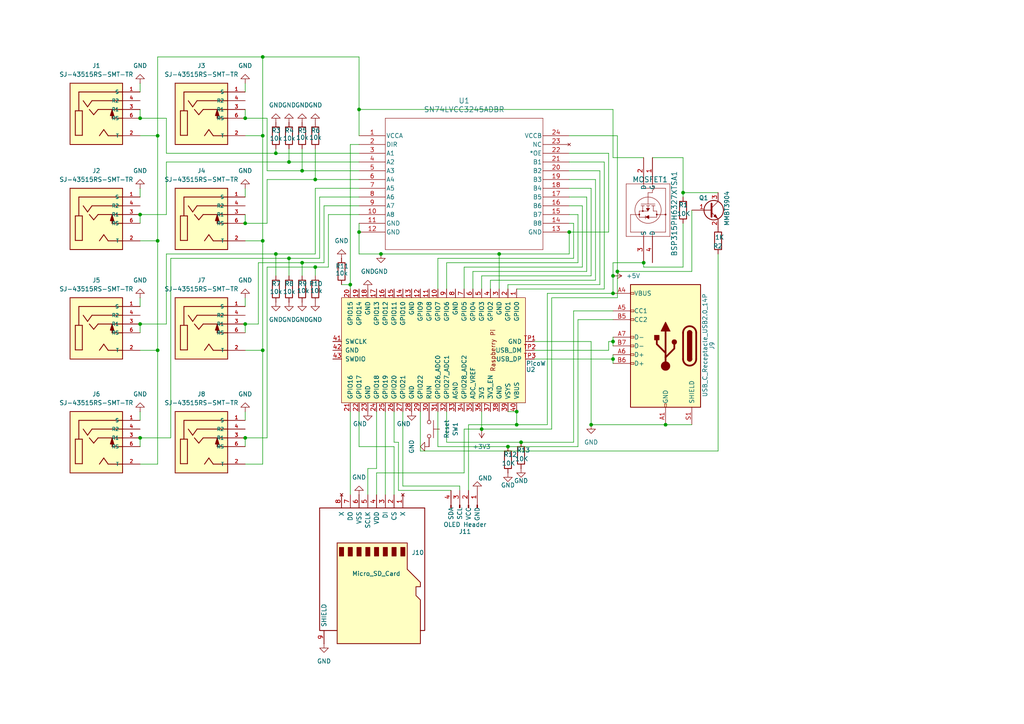
<source format=kicad_sch>
(kicad_sch (version 20231120) (generator "eeschema") (generator_version "8.0")
  (paper "A4")
  (title_block (title "Cosmic Coinincidence Detector Hub") (date "2024-06-29"))
  (lib_symbols
    (symbol "BSP315PH6327XTSA1:BSP315PH6327XTSA1" (pin_names (offset 0.254))
      (property "Reference" "MOSFET" (at 15.24 10.16 0))
      (property "Value" "BSP315PH6327XTSA1" (at 15.24 7.62 0))
      (symbol "BSP315PH6327XTSA1_0_1"
        (polyline (pts (xy 7.62 -7.62) (xy 22.86 -7.62)) (stroke (width 0.127)))
        (polyline (pts (xy 7.62 -2.54) (xy 8.89 -2.54)) (stroke (width 0.127)))
        (polyline (pts (xy 7.62 0) (xy 8.382 0)) (stroke (width 0.127)))
        (polyline (pts (xy 7.62 5.08) (xy 7.62 -7.62)) (stroke (width 0.127)))
        (polyline (pts (xy 8.89 3.81) (xy 8.89 -2.54)) (stroke (width 0.127)))
        (polyline (pts (xy 8.89 3.81) (xy 21.59 3.81)) (stroke (width 0.127)))
        (polyline (pts (xy 9.398 0) (xy 10.16 0)) (stroke (width 0.127)))
        (polyline (pts (xy 10.16 0) (xy 10.16 -1.27)) (stroke (width 0.127)))
        (polyline (pts (xy 13.462 -1.27) (xy 10.16 -1.27)) (stroke (width 0.127)))
        (polyline (pts (xy 13.462 0.762) (xy 13.462 -3.302)) (stroke (width 0.127)))
        (polyline (pts (xy 13.97 -2.794) (xy 15.494 -2.794)) (stroke (width 0.127)))
        (polyline (pts (xy 13.97 -2.286) (xy 13.97 -3.302)) (stroke (width 0.127)))
        (polyline (pts (xy 13.97 -1.27) (xy 14.732 -1.27)) (stroke (width 0.127)))
        (polyline (pts (xy 13.97 -0.762) (xy 13.97 -1.778)) (stroke (width 0.127)))
        (polyline (pts (xy 13.97 0.254) (xy 15.494 0.254)) (stroke (width 0.127)))
        (polyline (pts (xy 13.97 0.762) (xy 13.97 -0.254)) (stroke (width 0.127)))
        (polyline (pts (xy 15.494 -3.81) (xy 17.272 -3.81)) (stroke (width 0.127)))
        (polyline (pts (xy 15.494 -1.27) (xy 15.494 -3.81)) (stroke (width 0.127)))
        (polyline (pts (xy 15.494 1.27) (xy 15.494 0.254)) (stroke (width 0.127)))
        (polyline (pts (xy 15.494 1.27) (xy 17.272 1.27)) (stroke (width 0.127)))
        (polyline (pts (xy 16.51 -3.81) (xy 16.51 -6.35)) (stroke (width 0.127)))
        (polyline (pts (xy 16.51 1.27) (xy 16.51 3.81)) (stroke (width 0.127)))
        (polyline (pts (xy 16.764 -2.032) (xy 17.78 -2.032)) (stroke (width 0.127)))
        (polyline (pts (xy 17.272 -3.81) (xy 17.272 -2.032)) (stroke (width 0.127)))
        (polyline (pts (xy 17.272 1.27) (xy 17.272 -1.016)) (stroke (width 0.127)))
        (polyline (pts (xy 21.59 -6.35) (xy 16.51 -6.35)) (stroke (width 0.127)))
        (polyline (pts (xy 21.59 -6.35) (xy 21.59 -2.54)) (stroke (width 0.127)))
        (polyline (pts (xy 21.59 0) (xy 22.86 0)) (stroke (width 0.127)))
        (polyline (pts (xy 21.59 3.81) (xy 21.59 0)) (stroke (width 0.127)))
        (polyline (pts (xy 22.86 -7.62) (xy 22.86 5.08)) (stroke (width 0.127)))
        (polyline (pts (xy 22.86 -2.54) (xy 21.59 -2.54)) (stroke (width 0.127)))
        (polyline (pts (xy 22.86 5.08) (xy 7.62 5.08)) (stroke (width 0.127)))
        (polyline (pts (xy 15.494 -1.27) (xy 14.732 -1.778) (xy 14.732 -0.762)) (fill (type outline)))
        (polyline (pts (xy 17.272 -2.032) (xy 16.764 -1.016) (xy 17.78 -1.016)) (fill (type outline)))
        (arc (start 9.398 0) (mid 8.89 0.5058) (end 8.382 0) (stroke (width 0.127)))
        (circle (center 15.24 -1.27) (radius 3.81) (stroke (width 0.127)))
        (circle (center 15.494 -2.794) (radius 0.127) (stroke (width 0.254)))
        (circle (center 16.51 -3.81) (radius 0.127) (stroke (width 0.254)))
        (circle (center 16.51 1.27) (radius 0.127) (stroke (width 0.254)))
        (circle (center 16.51 3.81) (radius 0.127) (stroke (width 0.254)))
        (pin unspecified line (at 0 0 0) (length 7.62) (name "G") (number "1"))
        (pin unspecified line (at 0 -2.54 0) (length 7.62) (name "D") (number "2"))
        (pin unspecified line (at 30.48 -2.54 180) (length 7.62) (name "S") (number "3"))
        (pin unspecified line (at 30.48 0 180) (length 7.62) (name "D") (number "4"))
      )
    )
    (symbol "Connector:Conn_01x04_Pin" (pin_names (offset 1.016))
      (property "Reference" "J11" (at -2.54 -1.27 90))
      (property "Value" "OLED Header" (at -5.08 -1.27 90))
      (symbol "Conn_01x04_Pin_1_1"
        (polyline (pts (xy 1.27 -5.08) (xy 0.8636 -5.08)) (stroke (width 0.1524)))
        (polyline (pts (xy 1.27 -2.54) (xy 0.8636 -2.54)) (stroke (width 0.1524)))
        (polyline (pts (xy 1.27 0) (xy 0.8636 0)) (stroke (width 0.1524)))
        (polyline (pts (xy 1.27 2.54) (xy 0.8636 2.54)) (stroke (width 0.1524)))
        (rectangle (start 0.8636 -4.953) (end 0 -5.207) (stroke (width 0.1524)) (fill (type outline)))
        (rectangle (start 0.8636 -2.413) (end 0 -2.667) (stroke (width 0.1524)) (fill (type outline)))
        (rectangle (start 0.8636 0.127) (end 0 -0.127) (stroke (width 0.1524)) (fill (type outline)))
        (rectangle (start 0.8636 2.667) (end 0 2.413) (stroke (width 0.1524)) (fill (type outline)))
        (pin passive line (at 5.08 2.54 180) (length 3.81) (name "GND") (number "1"))
        (pin passive line (at 5.08 0 180) (length 3.81) (name "VCC") (number "2"))
        (pin passive line (at 5.08 -2.54 180) (length 3.81) (name "SCL") (number "3"))
        (pin passive line (at 5.08 -5.08 180) (length 3.81) (name "SDA") (number "4"))
      )
    )
    (symbol "Connector:Micro_SD_Card" (pin_names (offset 1.016))
      (property "Reference" "J10" (at -6.096 10.16 90))
      (property "Value" "Micro_SD_Card" (at 0 -7.112 90))
      (symbol "Micro_SD_Card_0_1"
        (rectangle (start -7.62 -9.525) (end -5.08 -10.795) (fill (type outline)))
        (rectangle (start -7.62 -6.985) (end -5.08 -8.255) (fill (type outline)))
        (rectangle (start -7.62 -4.445) (end -5.08 -5.715) (fill (type outline)))
        (rectangle (start -7.62 -1.905) (end -5.08 -3.175) (fill (type outline)))
        (rectangle (start -7.62 0.635) (end -5.08 -0.635) (fill (type outline)))
        (rectangle (start -7.62 3.175) (end -5.08 1.905) (fill (type outline)))
        (rectangle (start -7.62 5.715) (end -5.08 4.445) (fill (type outline)))
        (rectangle (start -7.62 8.255) (end -5.08 6.985) (fill (type outline)))
        (polyline (pts (xy 16.51 12.7) (xy 16.51 13.97) (xy -19.05 13.97) (xy -19.05 -16.51) (xy 16.51 -16.51) (xy 16.51 -11.43)) (stroke (width 0.254)))
        (polyline (pts (xy -8.89 -11.43) (xy -8.89 8.89) (xy -1.27 8.89) (xy 2.54 12.7) (xy 3.81 12.7) (xy 3.81 11.43) (xy 6.35 11.43) (xy 7.62 12.7) (xy 20.32 12.7) (xy 20.32 -11.43) (xy -8.89 -11.43)) (stroke (width 0.254)) (fill (type background)))
      )
      (symbol "Micro_SD_Card_1_1"
        (pin no_connect line (at -22.86 7.62 0) (length 3.81) (name "X") (number "1"))
        (pin bidirectional line (at -22.86 5.08 0) (length 3.81) (name "CS") (number "2"))
        (pin input line (at -22.86 2.54 0) (length 3.81) (name "DI") (number "3"))
        (pin power_in line (at -22.86 0 0) (length 3.81) (name "VDD") (number "4"))
        (pin input line (at -22.86 -2.54 0) (length 3.81) (name "SCLK") (number "5"))
        (pin power_in line (at -22.86 -5.08 0) (length 3.81) (name "VSS") (number "6"))
        (pin bidirectional line (at -22.86 -7.62 0) (length 3.81) (name "DO") (number "7"))
        (pin no_connect line (at -22.86 -10.16 0) (length 3.81) (name "X") (number "8"))
        (pin passive line (at 20.32 -15.24 180) (length 3.81) (name "SHIELD") (number "9"))
      )
    )
    (symbol "Connector:USB_C_Receptacle_USB2.0_14P" (pin_names (offset 1.016))
      (property "Reference" "J" (at 0 22.225 0))
      (property "Value" "USB_C_Receptacle_USB2.0_14P" (at 0 19.685 0))
      (symbol "USB_C_Receptacle_USB2.0_14P_0_0"
        (rectangle (start -0.254 -17.78) (end 0.254 -16.764))
        (rectangle (start 10.16 -4.826) (end 9.144 -5.334))
        (rectangle (start 10.16 -2.286) (end 9.144 -2.794))
        (rectangle (start 10.16 0.254) (end 9.144 -0.254))
        (rectangle (start 10.16 2.794) (end 9.144 2.286))
        (rectangle (start 10.16 7.874) (end 9.144 7.366))
        (rectangle (start 10.16 10.414) (end 9.144 9.906))
        (rectangle (start 10.16 15.494) (end 9.144 14.986))
      )
      (symbol "USB_C_Receptacle_USB2.0_14P_0_1"
        (rectangle (start -10.16 17.78) (end 10.16 -17.78) (stroke (width 0.254)) (fill (type background)))
        (arc (start -8.89 -3.81) (mid -6.985 -5.7067) (end -5.08 -3.81) (stroke (width 0.508)))
        (arc (start -7.62 -3.81) (mid -6.985 -4.4423) (end -6.35 -3.81) (stroke (width 0.254)))
        (arc (start -7.62 -3.81) (mid -6.985 -4.4423) (end -6.35 -3.81) (stroke (width 0.254)) (fill (type outline)))
        (rectangle (start -7.62 -3.81) (end -6.35 3.81) (stroke (width 0.254)) (fill (type outline)))
        (arc (start -6.35 3.81) (mid -6.985 4.4423) (end -7.62 3.81) (stroke (width 0.254)))
        (arc (start -6.35 3.81) (mid -6.985 4.4423) (end -7.62 3.81) (stroke (width 0.254)) (fill (type outline)))
        (arc (start -5.08 3.81) (mid -6.985 5.7067) (end -8.89 3.81) (stroke (width 0.508)))
        (circle (center -2.54 1.143) (radius 0.635) (stroke (width 0.254)) (fill (type outline)))
        (circle (center 0 -5.842) (radius 1.27) (fill (type outline)))
        (polyline (pts (xy -8.89 -3.81) (xy -8.89 3.81)) (stroke (width 0.508)))
        (polyline (pts (xy -5.08 3.81) (xy -5.08 -3.81)) (stroke (width 0.508)))
        (polyline (pts (xy 0 -5.842) (xy 0 4.318)) (stroke (width 0.508)))
        (polyline (pts (xy 0 -3.302) (xy -2.54 -0.762) (xy -2.54 0.508)) (stroke (width 0.508)))
        (polyline (pts (xy 0 -2.032) (xy 2.54 0.508) (xy 2.54 1.778)) (stroke (width 0.508)))
        (polyline (pts (xy -1.27 4.318) (xy 0 6.858) (xy 1.27 4.318) (xy -1.27 4.318)) (stroke (width 0.254)) (fill (type outline)))
        (rectangle (start 1.905 1.778) (end 3.175 3.048) (stroke (width 0.254)) (fill (type outline)))
      )
      (symbol "USB_C_Receptacle_USB2.0_14P_1_1"
        (pin passive line (at 0 -22.86 90) (length 5.08) (name "GND") (number "A1"))
        (pin passive line (at 0 -22.86 90) (length 5.08) hide (name "GND") (number "A12"))
        (pin passive line (at 15.24 15.24 180) (length 5.08) (name "VBUS") (number "A4"))
        (pin bidirectional line (at 15.24 10.16 180) (length 5.08) (name "CC1") (number "A5"))
        (pin bidirectional line (at 15.24 -2.54 180) (length 5.08) (name "D+") (number "A6"))
        (pin bidirectional line (at 15.24 2.54 180) (length 5.08) (name "D-") (number "A7"))
        (pin passive line (at 15.24 15.24 180) (length 5.08) hide (name "VBUS") (number "A9"))
        (pin passive line (at 0 -22.86 90) (length 5.08) hide (name "GND") (number "B1"))
        (pin passive line (at 0 -22.86 90) (length 5.08) hide (name "GND") (number "B12"))
        (pin passive line (at 15.24 15.24 180) (length 5.08) hide (name "VBUS") (number "B4"))
        (pin bidirectional line (at 15.24 7.62 180) (length 5.08) (name "CC2") (number "B5"))
        (pin bidirectional line (at 15.24 -5.08 180) (length 5.08) (name "D+") (number "B6"))
        (pin bidirectional line (at 15.24 0 180) (length 5.08) (name "D-") (number "B7"))
        (pin passive line (at 15.24 15.24 180) (length 5.08) hide (name "VBUS") (number "B9"))
        (pin passive line (at -7.62 -22.86 90) (length 5.08) (name "SHIELD") (number "S1"))
      )
    )
    (symbol "Device:R" (pin_numbers hide) (pin_names (offset 0))
      (property "Reference" "R" (at 2.032 0 90))
      (property "Value" "R" (at 0 0 90))
      (symbol "R_0_1"
        (rectangle (start -1.016 -2.54) (end 1.016 2.54) (stroke (width 0.254)))
      )
      (symbol "R_1_1"
        (pin passive line (at 0 3.81 270) (length 1.27) (name "~") (number "1"))
        (pin passive line (at 0 -3.81 90) (length 1.27) (name "~") (number "2"))
      )
    )
    (symbol "RPi_Pico:PicoW" (pin_names (offset 1.016))
      (property "Reference" "U2" (at 5.588 28.194 90))
      (property "Value" "PicoW" (at 3.81 29.718 90))
      (symbol "PicoW_0_0"
        (text "Raspberry Pi" (at 0 17.272 0) (effects (font (size 1.27 1.27))))
      )
      (symbol "PicoW_0_1"
        (rectangle (start -15.24 26.67) (end 15.24 -26.67) (fill (type background)))
      )
      (symbol "PicoW_1_1"
        (pin bidirectional line (at -17.78 24.13 0) (length 2.54) (name "GPIO0") (number "1"))
        (pin bidirectional line (at -17.78 1.27 0) (length 2.54) (name "GPIO7") (number "10"))
        (pin bidirectional line (at -17.78 -1.27 0) (length 2.54) (name "GPIO8") (number "11"))
        (pin bidirectional line (at -17.78 -3.81 0) (length 2.54) (name "GPIO9") (number "12"))
        (pin power_in line (at -17.78 -6.35 0) (length 2.54) (name "GND") (number "13"))
        (pin bidirectional line (at -17.78 -8.89 0) (length 2.54) (name "GPIO10") (number "14"))
        (pin bidirectional line (at -17.78 -11.43 0) (length 2.54) (name "GPIO11") (number "15"))
        (pin bidirectional line (at -17.78 -13.97 0) (length 2.54) (name "GPIO12") (number "16"))
        (pin bidirectional line (at -17.78 -16.51 0) (length 2.54) (name "GPIO13") (number "17"))
        (pin power_in line (at -17.78 -19.05 0) (length 2.54) (name "GND") (number "18"))
        (pin bidirectional line (at -17.78 -21.59 0) (length 2.54) (name "GPIO14") (number "19"))
        (pin bidirectional line (at -17.78 21.59 0) (length 2.54) (name "GPIO1") (number "2"))
        (pin bidirectional line (at -17.78 -24.13 0) (length 2.54) (name "GPIO15") (number "20"))
        (pin bidirectional line (at 17.78 -24.13 180) (length 2.54) (name "GPIO16") (number "21"))
        (pin bidirectional line (at 17.78 -21.59 180) (length 2.54) (name "GPIO17") (number "22"))
        (pin power_in line (at 17.78 -19.05 180) (length 2.54) (name "GND") (number "23"))
        (pin bidirectional line (at 17.78 -16.51 180) (length 2.54) (name "GPIO18") (number "24"))
        (pin bidirectional line (at 17.78 -13.97 180) (length 2.54) (name "GPIO19") (number "25"))
        (pin bidirectional line (at 17.78 -11.43 180) (length 2.54) (name "GPIO20") (number "26"))
        (pin bidirectional line (at 17.78 -8.89 180) (length 2.54) (name "GPIO21") (number "27"))
        (pin power_in line (at 17.78 -6.35 180) (length 2.54) (name "GND") (number "28"))
        (pin bidirectional line (at 17.78 -3.81 180) (length 2.54) (name "GPIO22") (number "29"))
        (pin power_in line (at -17.78 19.05 0) (length 2.54) (name "GND") (number "3"))
        (pin input line (at 17.78 -1.27 180) (length 2.54) (name "RUN") (number "30"))
        (pin bidirectional line (at 17.78 1.27 180) (length 2.54) (name "GPIO26_ADC0") (number "31"))
        (pin bidirectional line (at 17.78 3.81 180) (length 2.54) (name "GPIO27_ADC1") (number "32"))
        (pin power_in line (at 17.78 6.35 180) (length 2.54) (name "AGND") (number "33"))
        (pin bidirectional line (at 17.78 8.89 180) (length 2.54) (name "GPIO28_ADC2") (number "34"))
        (pin unspecified line (at 17.78 11.43 180) (length 2.54) (name "ADC_VREF") (number "35"))
        (pin power_out line (at 17.78 13.97 180) (length 2.54) (name "3V3") (number "36"))
        (pin input line (at 17.78 16.51 180) (length 2.54) (name "3V3_EN") (number "37"))
        (pin bidirectional line (at 17.78 19.05 180) (length 2.54) (name "GND") (number "38"))
        (pin unspecified line (at 17.78 21.59 180) (length 2.54) (name "VSYS") (number "39"))
        (pin bidirectional line (at -17.78 16.51 0) (length 2.54) (name "GPIO2") (number "4"))
        (pin unspecified line (at 17.78 24.13 180) (length 2.54) (name "VBUS") (number "40"))
        (pin input line (at -2.54 -29.21 90) (length 2.54) (name "SWCLK") (number "41"))
        (pin power_in line (at 0 -29.21 90) (length 2.54) (name "GND") (number "42"))
        (pin bidirectional line (at 2.54 -29.21 90) (length 2.54) (name "SWDIO") (number "43"))
        (pin bidirectional line (at -17.78 13.97 0) (length 2.54) (name "GPIO3") (number "5"))
        (pin bidirectional line (at -17.78 11.43 0) (length 2.54) (name "GPIO4") (number "6"))
        (pin bidirectional line (at -17.78 8.89 0) (length 2.54) (name "GPIO5") (number "7"))
        (pin power_in line (at -17.78 6.35 0) (length 2.54) (name "GND") (number "8"))
        (pin bidirectional line (at -17.78 3.81 0) (length 2.54) (name "GPIO6") (number "9"))
        (pin power_in line (at -2.54 29.21 270) (length 2.54) (name "GND") (number "TP1"))
        (pin bidirectional line (at 0 29.21 270) (length 2.54) (name "USB_DM") (number "TP2"))
        (pin bidirectional line (at 2.54 29.21 270) (length 2.54) (name "USB_DP") (number "TP3"))
      )
    )
    (symbol "SJ-43515RS-SMT-TR:SJ-43515RS-SMT-TR" (pin_names (offset 1.016))
      (property "Reference" "J" (at -7.6206 8.3829 0))
      (property "Value" "SJ-43515RS-SMT-TR" (at -7.6269 -12.7092 0))
      (symbol "SJ-43515RS-SMT-TR_0_0"
        (rectangle (start -7.62 7.62) (end 7.62 -10.16) (stroke (width 0.254)) (fill (type background)))
        (polyline (pts (xy -6.096 -7.493) (xy -4.064 -7.493)) (stroke (width 0.254)))
        (polyline (pts (xy -6.096 -0.381) (xy -6.096 -7.493)) (stroke (width 0.254)))
        (polyline (pts (xy -5.08 5.08) (xy -5.08 -0.254)) (stroke (width 0.254)))
        (polyline (pts (xy -5.08 5.08) (xy 7.62 5.08)) (stroke (width 0.254)))
        (polyline (pts (xy -4.064 -7.493) (xy -4.064 -0.381)) (stroke (width 0.254)))
        (polyline (pts (xy -4.064 -0.381) (xy -6.096 -0.381)) (stroke (width 0.254)))
        (polyline (pts (xy -3.81 2.54) (xy -2.54 0.762)) (stroke (width 0.254)))
        (polyline (pts (xy -2.54 0.762) (xy -1.27 2.54)) (stroke (width 0.254)))
        (polyline (pts (xy -2.032 0) (xy -0.762 -1.524)) (stroke (width 0.254)))
        (polyline (pts (xy -1.27 2.54) (xy 7.62 2.54)) (stroke (width 0.254)))
        (polyline (pts (xy -0.762 -1.524) (xy 0.508 0)) (stroke (width 0.254)))
        (polyline (pts (xy 0.508 0) (xy 7.62 0)) (stroke (width 0.254)))
        (polyline (pts (xy 0.889 -7.62) (xy 2.159 -5.842)) (stroke (width 0.254)))
        (polyline (pts (xy 2.159 -5.842) (xy 3.429 -7.62)) (stroke (width 0.254)))
        (polyline (pts (xy 3.429 -7.62) (xy 7.62 -7.62)) (stroke (width 0.254)))
        (polyline (pts (xy 4.572 -2.54) (xy 4.572 -1.778)) (stroke (width 0.254)))
        (polyline (pts (xy 4.572 -2.54) (xy 7.62 -2.54)) (stroke (width 0.254)))
        (polyline (pts (xy 5.08 -1.778) (xy 4.064 -1.778) (xy 4.572 -0.127) (xy 5.08 -1.778)) (stroke (width 0.254)) (fill (type outline)))
        (pin passive line (at 12.7 5.08 180) (length 5.08) (name "S") (number "1"))
        (pin passive line (at 12.7 -7.62 180) (length 5.08) (name "T") (number "2"))
        (pin passive line (at 12.7 0 180) (length 5.08) (name "R1") (number "3"))
        (pin passive line (at 12.7 2.54 180) (length 5.08) (name "R2") (number "4"))
        (pin passive line (at 12.7 -2.54 180) (length 5.08) (name "RS") (number "6"))
      )
    )
    (symbol "SN74LVCC3245ADBR:SN74LVCC3245ADBR" (pin_names (offset 0.254))
      (property "Reference" "U1" (at 30.48 10.16 0))
      (property "Value" "SN74LVCC3245ADBR" (at 30.48 7.62 0))
      (symbol "SN74LVCC3245ADBR_0_1"
        (polyline (pts (xy 7.62 -33.02) (xy 53.34 -33.02)) (stroke (width 0.127)))
        (polyline (pts (xy 7.62 5.08) (xy 7.62 -33.02)) (stroke (width 0.127)))
        (polyline (pts (xy 53.34 -33.02) (xy 53.34 5.08)) (stroke (width 0.127)))
        (polyline (pts (xy 53.34 5.08) (xy 7.62 5.08)) (stroke (width 0.127)))
        (pin power_in line (at 0 0 0) (length 7.62) (name "VCCA") (number "1"))
        (pin bidirectional line (at 0 -22.86 0) (length 7.62) (name "A8") (number "10"))
        (pin power_in line (at 0 -25.4 0) (length 7.62) (name "GND") (number "11"))
        (pin power_in line (at 0 -27.94 0) (length 7.62) (name "GND") (number "12"))
        (pin power_in line (at 60.96 -27.94 180) (length 7.62) (name "GND") (number "13"))
        (pin bidirectional line (at 60.96 -25.4 180) (length 7.62) (name "B8") (number "14"))
        (pin bidirectional line (at 60.96 -22.86 180) (length 7.62) (name "B7") (number "15"))
        (pin bidirectional line (at 60.96 -20.32 180) (length 7.62) (name "B6") (number "16"))
        (pin bidirectional line (at 60.96 -17.78 180) (length 7.62) (name "B5") (number "17"))
        (pin bidirectional line (at 60.96 -15.24 180) (length 7.62) (name "B4") (number "18"))
        (pin bidirectional line (at 60.96 -12.7 180) (length 7.62) (name "B3") (number "19"))
        (pin input line (at 0 -2.54 0) (length 7.62) (name "DIR") (number "2"))
        (pin bidirectional line (at 60.96 -10.16 180) (length 7.62) (name "B2") (number "20"))
        (pin bidirectional line (at 60.96 -7.62 180) (length 7.62) (name "B1") (number "21"))
        (pin input line (at 60.96 -5.08 180) (length 7.62) (name "*OE") (number "22"))
        (pin no_connect line (at 60.96 -2.54 180) (length 7.62) (name "NC") (number "23"))
        (pin power_in line (at 60.96 0 180) (length 7.62) (name "VCCB") (number "24"))
        (pin bidirectional line (at 0 -5.08 0) (length 7.62) (name "A1") (number "3"))
        (pin bidirectional line (at 0 -7.62 0) (length 7.62) (name "A2") (number "4"))
        (pin bidirectional line (at 0 -10.16 0) (length 7.62) (name "A3") (number "5"))
        (pin bidirectional line (at 0 -12.7 0) (length 7.62) (name "A4") (number "6"))
        (pin bidirectional line (at 0 -15.24 0) (length 7.62) (name "A5") (number "7"))
        (pin bidirectional line (at 0 -17.78 0) (length 7.62) (name "A6") (number "8"))
        (pin bidirectional line (at 0 -20.32 0) (length 7.62) (name "A7") (number "9"))
      )
    )
    (symbol "Switch:SW_Push" (pin_numbers hide) (pin_names (offset 1.016) hide)
      (property "Reference" "SW" (at 1.27 2.54 0))
      (property "Value" "SW_Push" (at 0 -1.524 0))
      (symbol "SW_Push_0_1"
        (circle (center -2.032 0) (radius 0.508))
        (polyline (pts (xy 0 1.27) (xy 0 3.048)))
        (polyline (pts (xy 2.54 1.27) (xy -2.54 1.27)))
        (circle (center 2.032 0) (radius 0.508))
        (pin passive line (at -5.08 0 0) (length 2.54) (name "1") (number "1"))
        (pin passive line (at 5.08 0 180) (length 2.54) (name "2") (number "2"))
      )
    )
    (symbol "Transistor_BJT:MMBT3904" (pin_names (offset 0) hide)
      (property "Reference" "Q" (at 5.08 1.905 0))
      (property "Value" "MMBT3904" (at 5.08 0 0))
      (symbol "MMBT3904_0_1"
        (polyline (pts (xy 0.635 0.635) (xy 2.54 2.54)))
        (polyline (pts (xy 0.635 -0.635) (xy 2.54 -2.54) (xy 2.54 -2.54)))
        (polyline (pts (xy 0.635 1.905) (xy 0.635 -1.905) (xy 0.635 -1.905)) (stroke (width 0.508)))
        (polyline (pts (xy 1.27 -1.778) (xy 1.778 -1.27) (xy 2.286 -2.286) (xy 1.27 -1.778) (xy 1.27 -1.778)) (fill (type outline)))
        (circle (center 1.27 0) (radius 2.8194) (stroke (width 0.254)))
      )
      (symbol "MMBT3904_1_1"
        (pin input line (at -5.08 0 0) (length 5.715) (name "B") (number "1"))
        (pin passive line (at 2.54 -5.08 90) (length 2.54) (name "E") (number "2"))
        (pin passive line (at 2.54 5.08 270) (length 2.54) (name "C") (number "3"))
      )
    )
    (symbol "power:+3V3" (power) (pin_numbers hide) (pin_names (offset 0) hide)
      (property "Value" "+3V3" (at 0 3.556 0))
      (symbol "+3V3_0_1"
        (polyline (pts (xy -0.762 1.27) (xy 0 2.54)))
        (polyline (pts (xy 0 0) (xy 0 2.54)))
        (polyline (pts (xy 0 2.54) (xy 0.762 1.27)))
      )
      (symbol "+3V3_1_1"
        (pin power_in line (at 0 0 90) (length 0) (name "~") (number "1"))
      )
    )
    (symbol "power:+5V" (power) (pin_numbers hide) (pin_names (offset 0) hide)
      (property "Value" "+5V" (at 0 3.556 0))
      (symbol "+5V_0_1"
        (polyline (pts (xy -0.762 1.27) (xy 0 2.54)))
        (polyline (pts (xy 0 0) (xy 0 2.54)))
        (polyline (pts (xy 0 2.54) (xy 0.762 1.27)))
      )
      (symbol "+5V_1_1"
        (pin power_in line (at 0 0 90) (length 0) (name "~") (number "1"))
      )
    )
    (symbol "power:GND" (power) (pin_numbers hide) (pin_names (offset 0) hide)
      (property "Value" "GND" (at 0 -3.81 0))
      (symbol "GND_0_1"
        (polyline (pts (xy 0 0) (xy 0 -1.27) (xy 1.27 -1.27) (xy 0 -2.54) (xy -1.27 -1.27) (xy 0 -1.27)))
      )
      (symbol "GND_1_1"
        (pin power_in line (at 0 0 270) (length 0) (name "~") (number "1"))
      )
    )
  )
  (junction (at 76.2 39.37))
  (junction (at 83.82 74.93))
  (junction (at 104.14 67.31))
  (junction (at 144.78 73.66))
  (junction (at 110.49 73.66))
  (junction (at 71.12 34.29))
  (junction (at 45.72 101.6))
  (junction (at 40.64 62.23))
  (junction (at 45.72 69.85))
  (junction (at 40.64 93.98))
  (junction (at 45.72 39.37))
  (junction (at 147.32 129.54))
  (junction (at 40.64 34.29))
  (junction (at 139.7 124.46))
  (junction (at 165.1 67.31))
  (junction (at 151.13 128.27))
  (junction (at 104.14 31.75))
  (junction (at 177.8 104.14))
  (junction (at 149.86 123.19))
  (junction (at 177.8 85.09))
  (junction (at 40.64 127))
  (junction (at 91.44 77.47))
  (junction (at 179.07 78.74))
  (junction (at 71.12 127))
  (junction (at 171.45 123.19))
  (junction (at 76.2 69.85))
  (junction (at 83.82 46.99))
  (junction (at 76.2 16.51))
  (junction (at 76.2 101.6))
  (junction (at 87.63 49.53))
  (junction (at 198.12 55.88))
  (junction (at 80.01 73.66))
  (junction (at 177.8 80.01))
  (junction (at 149.86 119.38))
  (junction (at 87.63 76.2))
  (junction (at 71.12 64.77))
  (junction (at 91.44 52.07))
  (junction (at 71.12 93.98))
  (junction (at 193.04 123.19))
  (junction (at 80.01 44.45))
  (junction (at 101.6 82.55))
  (junction (at 177.8 99.06))
  (junction (at 186.69 76.2))
  (wire (pts (xy 111.76 119.38) (xy 111.76 143.51)))
  (wire (pts (xy 71.12 93.98) (xy 74.93 93.98)))
  (wire (pts (xy 49.53 127) (xy 49.53 74.93)))
  (wire (pts (xy 77.47 52.07) (xy 91.44 52.07)))
  (wire (pts (xy 198.12 45.72) (xy 198.12 55.88)))
  (wire (pts (xy 40.64 134.62) (xy 45.72 134.62)))
  (wire (pts (xy 40.64 119.38) (xy 40.64 121.92)))
  (wire (pts (xy 77.47 64.77) (xy 77.47 52.07)))
  (wire (pts (xy 40.64 24.13) (xy 40.64 26.67)))
  (wire (pts (xy 149.86 119.38) (xy 149.86 123.19)))
  (wire (pts (xy 40.64 101.6) (xy 45.72 101.6)))
  (wire (pts (xy 101.6 41.91) (xy 104.14 41.91)))
  (wire (pts (xy 151.13 128.27) (xy 129.54 128.27)))
  (wire (pts (xy 116.84 119.38) (xy 116.84 140.97)))
  (wire (pts (xy 176.53 67.31) (xy 165.1 67.31)))
  (wire (pts (xy 166.37 128.27) (xy 151.13 128.27)))
  (wire (pts (xy 45.72 39.37) (xy 45.72 16.51)))
  (wire (pts (xy 121.92 130.81) (xy 208.28 130.81)))
  (wire (pts (xy 147.32 82.55) (xy 147.32 83.82)))
  (wire (pts (xy 154.94 101.6) (xy 176.53 101.6)))
  (wire (pts (xy 45.72 39.37) (xy 45.72 69.85)))
  (wire (pts (xy 101.6 82.55) (xy 101.6 83.82)))
  (wire (pts (xy 198.12 77.47) (xy 186.69 77.47)))
  (wire (pts (xy 104.14 129.54) (xy 114.3 129.54)))
  (wire (pts (xy 170.18 57.15) (xy 170.18 78.74)))
  (wire (pts (xy 104.14 67.31) (xy 104.14 64.77)))
  (wire (pts (xy 40.64 86.36) (xy 40.64 88.9)))
  (wire (pts (xy 101.6 119.38) (xy 101.6 143.51)))
  (wire (pts (xy 104.14 129.54) (xy 104.14 119.38)))
  (wire (pts (xy 45.72 101.6) (xy 45.72 134.62)))
  (wire (pts (xy 91.44 77.47) (xy 91.44 80.01)))
  (wire (pts (xy 189.23 45.72) (xy 198.12 45.72)))
  (wire (pts (xy 208.28 130.81) (xy 208.28 73.66)))
  (wire (pts (xy 76.2 39.37) (xy 71.12 39.37)))
  (wire (pts (xy 177.8 90.17) (xy 166.37 90.17)))
  (wire (pts (xy 133.35 140.97) (xy 133.35 142.24)))
  (wire (pts (xy 177.8 80.01) (xy 177.8 76.2)))
  (wire (pts (xy 144.78 73.66) (xy 165.1 73.66)))
  (wire (pts (xy 177.8 45.72) (xy 186.69 45.72)))
  (wire (pts (xy 173.99 49.53) (xy 173.99 82.55)))
  (wire (pts (xy 121.92 119.38) (xy 121.92 130.81)))
  (wire (pts (xy 160.02 86.36) (xy 160.02 124.46)))
  (wire (pts (xy 101.6 41.91) (xy 101.6 82.55)))
  (wire (pts (xy 71.12 64.77) (xy 77.47 64.77)))
  (wire (pts (xy 177.8 97.79) (xy 177.8 99.06)))
  (wire (pts (xy 198.12 55.88) (xy 208.28 55.88)))
  (wire (pts (xy 200.66 60.96) (xy 200.66 78.74)))
  (wire (pts (xy 154.94 104.14) (xy 177.8 104.14)))
  (wire (pts (xy 144.78 83.82) (xy 144.78 73.66)))
  (wire (pts (xy 48.26 62.23) (xy 48.26 46.99)))
  (wire (pts (xy 83.82 46.99) (xy 104.14 46.99)))
  (wire (pts (xy 71.12 127) (xy 71.12 129.54)))
  (wire (pts (xy 177.8 45.72) (xy 177.8 31.75)))
  (wire (pts (xy 45.72 16.51) (xy 76.2 16.51)))
  (wire (pts (xy 165.1 64.77) (xy 166.37 64.77)))
  (wire (pts (xy 165.1 59.69) (xy 168.91 59.69)))
  (wire (pts (xy 87.63 49.53) (xy 104.14 49.53)))
  (wire (pts (xy 166.37 74.93) (xy 127 74.93)))
  (wire (pts (xy 177.8 99.06) (xy 177.8 100.33)))
  (wire (pts (xy 193.04 123.19) (xy 200.66 123.19)))
  (wire (pts (xy 91.44 43.18) (xy 91.44 52.07)))
  (wire (pts (xy 80.01 43.18) (xy 80.01 44.45)))
  (wire (pts (xy 165.1 54.61) (xy 171.45 54.61)))
  (wire (pts (xy 48.26 93.98) (xy 48.26 73.66)))
  (wire (pts (xy 110.49 73.66) (xy 144.78 73.66)))
  (wire (pts (xy 168.91 59.69) (xy 168.91 77.47)))
  (wire (pts (xy 77.47 77.47) (xy 91.44 77.47)))
  (wire (pts (xy 83.82 74.93) (xy 83.82 80.01)))
  (wire (pts (xy 91.44 52.07) (xy 104.14 52.07)))
  (wire (pts (xy 80.01 73.66) (xy 91.44 73.66)))
  (wire (pts (xy 91.44 54.61) (xy 104.14 54.61)))
  (wire (pts (xy 40.64 93.98) (xy 40.64 96.52)))
  (wire (pts (xy 104.14 67.31) (xy 104.14 73.66)))
  (wire (pts (xy 198.12 64.77) (xy 198.12 77.47)))
  (wire (pts (xy 114.3 128.27) (xy 115.57 128.27)))
  (wire (pts (xy 179.07 78.74) (xy 179.07 86.36)))
  (wire (pts (xy 87.63 43.18) (xy 87.63 49.53)))
  (wire (pts (xy 176.53 99.06) (xy 176.53 101.6)))
  (wire (pts (xy 198.12 55.88) (xy 198.12 57.15)))
  (wire (pts (xy 48.26 34.29) (xy 48.26 44.45)))
  (wire (pts (xy 106.68 135.89) (xy 109.22 135.89)))
  (wire (pts (xy 139.7 124.46) (xy 139.7 119.38)))
  (wire (pts (xy 40.64 69.85) (xy 45.72 69.85)))
  (wire (pts (xy 76.2 69.85) (xy 76.2 101.6)))
  (wire (pts (xy 175.26 83.82) (xy 149.86 83.82)))
  (wire (pts (xy 71.12 93.98) (xy 71.12 96.52)))
  (wire (pts (xy 165.1 46.99) (xy 175.26 46.99)))
  (wire (pts (xy 165.1 39.37) (xy 179.07 39.37)))
  (wire (pts (xy 172.72 81.28) (xy 142.24 81.28)))
  (wire (pts (xy 177.8 102.87) (xy 177.8 104.14)))
  (wire (pts (xy 167.64 129.54) (xy 147.32 129.54)))
  (wire (pts (xy 76.2 16.51) (xy 104.14 16.51)))
  (wire (pts (xy 134.62 124.46) (xy 139.7 124.46)))
  (wire (pts (xy 76.2 101.6) (xy 71.12 101.6)))
  (wire (pts (xy 40.64 127) (xy 49.53 127)))
  (wire (pts (xy 179.07 39.37) (xy 179.07 78.74)))
  (wire (pts (xy 95.25 62.23) (xy 104.14 62.23)))
  (wire (pts (xy 77.47 127) (xy 77.47 77.47)))
  (wire (pts (xy 87.63 76.2) (xy 93.98 76.2)))
  (wire (pts (xy 166.37 64.77) (xy 166.37 74.93)))
  (wire (pts (xy 40.64 34.29) (xy 48.26 34.29)))
  (wire (pts (xy 165.1 44.45) (xy 176.53 44.45)))
  (wire (pts (xy 149.86 123.19) (xy 158.75 123.19)))
  (wire (pts (xy 40.64 127) (xy 40.64 129.54)))
  (wire (pts (xy 71.12 24.13) (xy 71.12 26.67)))
  (wire (pts (xy 106.68 143.51) (xy 106.68 135.89)))
  (wire (pts (xy 91.44 73.66) (xy 91.44 54.61)))
  (wire (pts (xy 134.62 137.16) (xy 134.62 124.46)))
  (wire (pts (xy 165.1 52.07) (xy 172.72 52.07)))
  (wire (pts (xy 166.37 90.17) (xy 166.37 128.27)))
  (wire (pts (xy 76.2 39.37) (xy 76.2 69.85)))
  (wire (pts (xy 104.14 73.66) (xy 110.49 73.66)))
  (wire (pts (xy 193.04 123.19) (xy 171.45 123.19)))
  (wire (pts (xy 109.22 119.38) (xy 109.22 135.89)))
  (wire (pts (xy 167.64 76.2) (xy 167.64 62.23)))
  (wire (pts (xy 147.32 129.54) (xy 127 129.54)))
  (wire (pts (xy 92.71 57.15) (xy 104.14 57.15)))
  (wire (pts (xy 74.93 76.2) (xy 87.63 76.2)))
  (wire (pts (xy 177.8 85.09) (xy 177.8 80.01)))
  (wire (pts (xy 135.89 123.19) (xy 149.86 123.19)))
  (wire (pts (xy 80.01 73.66) (xy 80.01 80.01)))
  (wire (pts (xy 115.57 128.27) (xy 115.57 142.24)))
  (wire (pts (xy 165.1 57.15) (xy 170.18 57.15)))
  (wire (pts (xy 92.71 74.93) (xy 92.71 57.15)))
  (wire (pts (xy 93.98 59.69) (xy 93.98 76.2)))
  (wire (pts (xy 95.25 77.47) (xy 95.25 62.23)))
  (wire (pts (xy 165.1 49.53) (xy 173.99 49.53)))
  (wire (pts (xy 104.14 16.51) (xy 104.14 31.75)))
  (wire (pts (xy 177.8 76.2) (xy 186.69 76.2)))
  (wire (pts (xy 134.62 77.47) (xy 134.62 83.82)))
  (wire (pts (xy 116.84 140.97) (xy 133.35 140.97)))
  (wire (pts (xy 176.53 44.45) (xy 176.53 67.31)))
  (wire (pts (xy 40.64 54.61) (xy 40.64 57.15)))
  (wire (pts (xy 129.54 128.27) (xy 129.54 119.38)))
  (wire (pts (xy 71.12 127) (xy 77.47 127)))
  (wire (pts (xy 142.24 81.28) (xy 142.24 83.82)))
  (wire (pts (xy 71.12 86.36) (xy 71.12 88.9)))
  (wire (pts (xy 49.53 74.93) (xy 83.82 74.93)))
  (wire (pts (xy 165.1 67.31) (xy 165.1 73.66)))
  (wire (pts (xy 158.75 85.09) (xy 177.8 85.09)))
  (wire (pts (xy 127 129.54) (xy 127 119.38)))
  (wire (pts (xy 74.93 93.98) (xy 74.93 76.2)))
  (wire (pts (xy 45.72 69.85) (xy 45.72 101.6)))
  (wire (pts (xy 104.14 31.75) (xy 104.14 39.37)))
  (wire (pts (xy 114.3 119.38) (xy 114.3 128.27)))
  (wire (pts (xy 147.32 119.38) (xy 149.86 119.38)))
  (wire (pts (xy 168.91 77.47) (xy 134.62 77.47)))
  (wire (pts (xy 91.44 77.47) (xy 95.25 77.47)))
  (wire (pts (xy 48.26 44.45) (xy 80.01 44.45)))
  (wire (pts (xy 71.12 31.75) (xy 71.12 34.29)))
  (wire (pts (xy 87.63 76.2) (xy 87.63 80.01)))
  (wire (pts (xy 171.45 54.61) (xy 171.45 80.01)))
  (wire (pts (xy 71.12 119.38) (xy 71.12 121.92)))
  (wire (pts (xy 177.8 92.71) (xy 167.64 92.71)))
  (wire (pts (xy 76.2 16.51) (xy 76.2 39.37)))
  (wire (pts (xy 171.45 99.06) (xy 171.45 123.19)))
  (wire (pts (xy 158.75 123.19) (xy 158.75 85.09)))
  (wire (pts (xy 71.12 34.29) (xy 77.47 34.29)))
  (wire (pts (xy 127 74.93) (xy 127 83.82)))
  (wire (pts (xy 175.26 46.99) (xy 175.26 83.82)))
  (wire (pts (xy 76.2 134.62) (xy 71.12 134.62)))
  (wire (pts (xy 177.8 99.06) (xy 176.53 99.06)))
  (wire (pts (xy 40.64 39.37) (xy 45.72 39.37)))
  (wire (pts (xy 177.8 31.75) (xy 104.14 31.75)))
  (wire (pts (xy 93.98 59.69) (xy 104.14 59.69)))
  (wire (pts (xy 167.64 62.23) (xy 165.1 62.23)))
  (wire (pts (xy 76.2 69.85) (xy 71.12 69.85)))
  (wire (pts (xy 173.99 82.55) (xy 147.32 82.55)))
  (wire (pts (xy 99.06 82.55) (xy 101.6 82.55)))
  (wire (pts (xy 114.3 143.51) (xy 114.3 129.54)))
  (wire (pts (xy 71.12 62.23) (xy 71.12 64.77)))
  (wire (pts (xy 83.82 43.18) (xy 83.82 46.99)))
  (wire (pts (xy 77.47 34.29) (xy 77.47 49.53)))
  (wire (pts (xy 115.57 142.24) (xy 130.81 142.24)))
  (wire (pts (xy 186.69 77.47) (xy 186.69 76.2)))
  (wire (pts (xy 167.64 92.71) (xy 167.64 129.54)))
  (wire (pts (xy 80.01 44.45) (xy 104.14 44.45)))
  (wire (pts (xy 40.64 62.23) (xy 48.26 62.23)))
  (wire (pts (xy 40.64 93.98) (xy 48.26 93.98)))
  (wire (pts (xy 139.7 124.46) (xy 160.02 124.46)))
  (wire (pts (xy 135.89 142.24) (xy 135.89 123.19)))
  (wire (pts (xy 177.8 104.14) (xy 177.8 105.41)))
  (wire (pts (xy 40.64 31.75) (xy 40.64 34.29)))
  (wire (pts (xy 83.82 74.93) (xy 92.71 74.93)))
  (wire (pts (xy 40.64 62.23) (xy 40.64 64.77)))
  (wire (pts (xy 200.66 78.74) (xy 179.07 78.74)))
  (wire (pts (xy 171.45 80.01) (xy 139.7 80.01)))
  (wire (pts (xy 179.07 86.36) (xy 160.02 86.36)))
  (wire (pts (xy 109.22 143.51) (xy 109.22 137.16)))
  (wire (pts (xy 137.16 78.74) (xy 137.16 83.82)))
  (wire (pts (xy 129.54 83.82) (xy 129.54 76.2)))
  (wire (pts (xy 109.22 137.16) (xy 134.62 137.16)))
  (wire (pts (xy 129.54 76.2) (xy 167.64 76.2)))
  (wire (pts (xy 139.7 80.01) (xy 139.7 83.82)))
  (wire (pts (xy 172.72 52.07) (xy 172.72 81.28)))
  (wire (pts (xy 154.94 99.06) (xy 171.45 99.06)))
  (wire (pts (xy 170.18 78.74) (xy 137.16 78.74)))
  (wire (pts (xy 76.2 101.6) (xy 76.2 134.62)))
  (wire (pts (xy 48.26 46.99) (xy 83.82 46.99)))
  (wire (pts (xy 71.12 54.61) (xy 71.12 57.15)))
  (wire (pts (xy 77.47 49.53) (xy 87.63 49.53)))
  (wire (pts (xy 48.26 73.66) (xy 80.01 73.66)))
  (symbol (lib_id "Device:R") (at 91.44 83.82 0) (unit 1)
    (property "Reference" "R10" (at 89.662 82.296 0) (effects (justify left)))
    (property "Value" "10k" (at 89.916 84.328 0) (effects (justify left)))
    (property "Footprint" "Resistor_SMD:R_0805_2012Metric" (effects (hide yes)))
    (property "Description" "Resistor" (effects (hide yes)))
  )
  (symbol (lib_id "power:GND") (at 83.82 87.63 0) (unit 1)
    (property "Reference" "#PWR017" (effects (hide yes)))
    (property "Value" "GND" (at 83.82 92.71 0))
    (property "Description" "Power symbol creates a global label with name \"GND\" , ground" (effects (hide yes)))
  )
  (symbol (lib_id "power:GND") (at 71.12 86.36 180) (unit 1)
    (property "Reference" "#PWR04" (effects (hide yes)))
    (property "Value" "GND" (at 71.12 81.28 0))
    (property "Description" "Power symbol creates a global label with name \"GND\" , ground" (effects (hide yes)))
  )
  (symbol (lib_id "Connector:Conn_01x04_Pin") (at 135.89 147.32 270) (mirror x) (unit 1)
    (property "Reference" "J11" (at 134.874 154.178 90))
    (property "Value" "OLED Header" (at 134.874 152.146 90))
    (property "Footprint" "Connector_PinHeader_2.54mm:PinHeader_1x04_P2.54mm_Vertical" (effects (hide yes)))
    (property "Description" "Generic connector, single row, 01x04, script generated" (effects (hide yes)))
  )
  (symbol (lib_id "power:GND") (at 40.64 119.38 180) (unit 1)
    (property "Reference" "#PWR02" (effects (hide yes)))
    (property "Value" "GND" (at 40.64 114.3 0))
    (property "Description" "Power symbol creates a global label with name \"GND\" , ground" (effects (hide yes)))
  )
  (symbol (lib_id "power:GND") (at 80.01 87.63 0) (unit 1)
    (property "Reference" "#PWR016" (effects (hide yes)))
    (property "Value" "GND" (at 80.01 92.71 0))
    (property "Description" "Power symbol creates a global label with name \"GND\" , ground" (effects (hide yes)))
  )
  (symbol (lib_id "power:GND") (at 106.68 119.38 0) (unit 1)
    (property "Reference" "#PWR010" (effects (hide yes)))
    (property "Value" "GND" (at 104.394 122.936 0))
    (property "Description" "Power symbol creates a global label with name \"GND\" , ground" (effects (hide yes)))
  )
  (symbol (lib_id "SJ-43515RS-SMT-TR:SJ-43515RS-SMT-TR") (at 27.94 127 0) (unit 1)
    (property "Reference" "J6" (at 27.94 114.3 0))
    (property "Value" "SJ-43515RS-SMT-TR" (at 27.94 116.84 0))
    (property "Footprint" "SJ-43515RS-SMT-TR:CUI_SJ-43515RS-SMT-TR" (effects (hide yes)))
    (property "PARTREV" "1.05" (effects (hide yes)))
    (property "STANDARD" "Manufacturer Recommendations" (effects (hide yes)))
    (property "SNAPEDA_PN" "SJ-43515RS-SMT-TR" (effects (hide yes)))
    (property "MAXIMUM_PACKAGE_HEIGHT" "5.3mm" (effects (hide yes)))
    (property "MANUFACTURER" "CUI Devices" (effects (hide yes)))
  )
  (symbol (lib_id "power:GND") (at 91.44 87.63 0) (unit 1)
    (property "Reference" "#PWR019" (effects (hide yes)))
    (property "Value" "GND" (at 91.44 92.71 0))
    (property "Description" "Power symbol creates a global label with name \"GND\" , ground" (effects (hide yes)))
  )
  (symbol (lib_id "power:GND") (at 91.44 35.56 180) (unit 1)
    (property "Reference" "#PWR021" (effects (hide yes)))
    (property "Value" "GND" (at 91.44 30.48 0))
    (property "Description" "Power symbol creates a global label with name \"GND\" , ground" (effects (hide yes)))
  )
  (symbol (lib_id "power:GND") (at 87.63 87.63 0) (unit 1)
    (property "Reference" "#PWR018" (effects (hide yes)))
    (property "Value" "GND" (at 87.63 92.71 0))
    (property "Description" "Power symbol creates a global label with name \"GND\" , ground" (effects (hide yes)))
  )
  (symbol (lib_id "power:GND") (at 171.45 123.19 0) (unit 1)
    (property "Reference" "#PWR09" (effects (hide yes)))
    (property "Value" "GND" (at 171.45 128.27 0))
    (property "Description" "Power symbol creates a global label with name \"GND\" , ground" (effects (hide yes)))
  )
  (symbol (lib_id "SN74LVCC3245ADBR:SN74LVCC3245ADBR") (at 104.14 39.37 0) (unit 1)
    (property "Reference" "U1" (at 134.62 29.21 0) (effects (font (size 1.524 1.524))))
    (property "Value" "SN74LVCC3245ADBR" (at 134.62 31.75 0) (effects (font (size 1.524 1.524))))
    (property "Footprint" "SN74LVCC3245ADBR:DB24" (effects (hide yes)))
    (property "Datasheet" "SN74LVCC3245ADBR" (effects (hide yes)))
  )
  (symbol (lib_id "BSP315PH6327XTSA1:BSP315PH6327XTSA1") (at 189.23 45.72 270) (unit 1)
    (property "Reference" "MOSFET1" (at 183.388 52.07 90) (effects (font (size 1.524 1.524)) (justify left)))
    (property "Value" "BSP315PH6327XTSA1" (at 195.58 49.53 0) (effects (font (size 1.524 1.524)) (justify left)))
    (property "Footprint" "BSP315PH6327XTSA1:PG-SOT223-4_INF" (effects (hide yes)))
    (property "Datasheet" "BSP315PH6327XTSA1" (effects (hide yes)))
  )
  (symbol (lib_id "power:GND") (at 71.12 119.38 180) (unit 1)
    (property "Reference" "#PWR01" (effects (hide yes)))
    (property "Value" "GND" (at 71.12 114.3 0))
    (property "Description" "Power symbol creates a global label with name \"GND\" , ground" (effects (hide yes)))
  )
  (symbol (lib_id "power:GND") (at 40.64 86.36 180) (unit 1)
    (property "Reference" "#PWR03" (effects (hide yes)))
    (property "Value" "GND" (at 40.64 81.28 0))
    (property "Description" "Power symbol creates a global label with name \"GND\" , ground" (effects (hide yes)))
  )
  (symbol (lib_id "Device:R") (at 91.44 39.37 0) (unit 1)
    (property "Reference" "R6" (at 90.17 37.846 0) (effects (justify left)))
    (property "Value" "10k" (at 89.662 39.878 0) (effects (justify left)))
    (property "Footprint" "Resistor_SMD:R_0805_2012Metric" (effects (hide yes)))
    (property "Description" "Resistor" (effects (hide yes)))
  )
  (symbol (lib_id "SJ-43515RS-SMT-TR:SJ-43515RS-SMT-TR") (at 58.42 93.98 0) (unit 1)
    (property "Reference" "J7" (at 58.42 81.28 0))
    (property "Value" "SJ-43515RS-SMT-TR" (at 58.42 83.82 0))
    (property "Footprint" "SJ-43515RS-SMT-TR:CUI_SJ-43515RS-SMT-TR" (effects (hide yes)))
    (property "PARTREV" "1.05" (effects (hide yes)))
    (property "STANDARD" "Manufacturer Recommendations" (effects (hide yes)))
    (property "SNAPEDA_PN" "SJ-43515RS-SMT-TR" (effects (hide yes)))
    (property "MAXIMUM_PACKAGE_HEIGHT" "5.3mm" (effects (hide yes)))
    (property "MANUFACTURER" "CUI Devices" (effects (hide yes)))
  )
  (symbol (lib_id "Transistor_BJT:MMBT3904") (at 205.74 60.96 0) (unit 1)
    (property "Reference" "Q1" (at 202.692 57.404 0) (effects (justify left)))
    (property "Value" "MMBT3904" (at 210.82 65.532 90) (effects (justify left)))
    (property "Footprint" "Package_TO_SOT_SMD:SOT-23" (effects (hide yes)))
    (property "Datasheet" "https://www.onsemi.com/pdf/datasheet/pzt3904-d.pdf" (effects (hide yes)))
    (property "Description" "0.2A Ic, 40V Vce, Small Signal NPN Transistor, SOT-23" (effects (hide yes)))
  )
  (symbol (lib_id "Connector:Micro_SD_Card") (at 109.22 166.37 270) (unit 1)
    (property "Reference" "J10" (at 119.38 160.274 90) (effects (justify left)))
    (property "Value" "Micro_SD_Card" (at 102.108 166.37 90) (effects (justify left)))
    (property "Footprint" "Connector_Card:microSD_HC_Molex_47219-2001" (effects (hide yes)))
    (property "Datasheet" "http://katalog.we-online.de/em/datasheet/693072010801.pdf" (effects (hide yes)))
    (property "Description" "Micro SD Card Socket" (effects (hide yes)))
  )
  (symbol (lib_id "power:GND") (at 87.63 35.56 180) (unit 1)
    (property "Reference" "#PWR022" (effects (hide yes)))
    (property "Value" "GND" (at 87.63 30.48 0))
    (property "Description" "Power symbol creates a global label with name \"GND\" , ground" (effects (hide yes)))
  )
  (symbol (lib_id "SJ-43515RS-SMT-TR:SJ-43515RS-SMT-TR") (at 27.94 62.23 0) (unit 1)
    (property "Reference" "J2" (at 27.94 49.53 0))
    (property "Value" "SJ-43515RS-SMT-TR" (at 27.94 52.07 0))
    (property "Footprint" "SJ-43515RS-SMT-TR:CUI_SJ-43515RS-SMT-TR" (effects (hide yes)))
    (property "PARTREV" "1.05" (effects (hide yes)))
    (property "STANDARD" "Manufacturer Recommendations" (effects (hide yes)))
    (property "SNAPEDA_PN" "SJ-43515RS-SMT-TR" (effects (hide yes)))
    (property "MAXIMUM_PACKAGE_HEIGHT" "5.3mm" (effects (hide yes)))
    (property "MANUFACTURER" "CUI Devices" (effects (hide yes)))
  )
  (symbol (lib_id "Device:R") (at 80.01 83.82 0) (unit 1)
    (property "Reference" "R7" (at 78.74 82.296 0) (effects (justify left)))
    (property "Value" "10k" (at 78.232 84.582 0) (effects (justify left)))
    (property "Footprint" "Resistor_SMD:R_0805_2012Metric" (effects (hide yes)))
    (property "Description" "Resistor" (effects (hide yes)))
  )
  (symbol (lib_id "power:GND") (at 40.64 54.61 180) (unit 1)
    (property "Reference" "#PWR06" (effects (hide yes)))
    (property "Value" "GND" (at 40.64 49.53 0))
    (property "Description" "Power symbol creates a global label with name \"GND\" , ground" (effects (hide yes)))
  )
  (symbol (lib_id "power:GND") (at 106.68 83.82 180) (unit 1)
    (property "Reference" "#PWR028" (effects (hide yes)))
    (property "Value" "GND" (at 106.68 78.74 0))
    (property "Description" "Power symbol creates a global label with name \"GND\" , ground" (effects (hide yes)))
  )
  (symbol (lib_id "power:GND") (at 80.01 35.56 180) (unit 1)
    (property "Reference" "#PWR024" (effects (hide yes)))
    (property "Value" "GND" (at 80.01 30.48 0))
    (property "Description" "Power symbol creates a global label with name \"GND\" , ground" (effects (hide yes)))
  )
  (symbol (lib_id "Device:R") (at 151.13 132.08 0) (unit 1)
    (property "Reference" "R13" (at 149.86 130.556 0) (effects (justify left)))
    (property "Value" "10K" (at 149.352 133.096 0) (effects (justify left)))
    (property "Footprint" "Resistor_SMD:R_0805_2012Metric" (effects (hide yes)))
    (property "Description" "Resistor" (effects (hide yes)))
  )
  (symbol (lib_id "Device:R") (at 83.82 39.37 0) (unit 1)
    (property "Reference" "R4" (at 82.55 37.846 0) (effects (justify left)))
    (property "Value" "10k" (at 82.042 40.132 0) (effects (justify left)))
    (property "Footprint" "Resistor_SMD:R_0805_2012Metric" (effects (hide yes)))
    (property "Description" "Resistor" (effects (hide yes)))
  )
  (symbol (lib_id "power:+3V3") (at 139.7 124.46 180) (unit 1)
    (property "Reference" "#PWR015" (effects (hide yes)))
    (property "Value" "+3V3" (at 139.7 129.54 0))
    (property "Description" "Power symbol creates a global label with name \"+3V3\"" (effects (hide yes)))
  )
  (symbol (lib_id "Switch:SW_Push") (at 124.46 124.46 270) (unit 1)
    (property "Reference" "SW1" (at 132.08 124.46 0))
    (property "Value" "Reset" (at 129.54 124.46 0))
    (property "Description" "Push button switch, generic, two pins" (effects (hide yes)))
  )
  (symbol (lib_id "SJ-43515RS-SMT-TR:SJ-43515RS-SMT-TR") (at 58.42 31.75 0) (unit 1)
    (property "Reference" "J3" (at 58.42 19.05 0))
    (property "Value" "SJ-43515RS-SMT-TR" (at 58.42 21.59 0))
    (property "Footprint" "SJ-43515RS-SMT-TR:CUI_SJ-43515RS-SMT-TR" (effects (hide yes)))
    (property "PARTREV" "1.05" (effects (hide yes)))
    (property "STANDARD" "Manufacturer Recommendations" (effects (hide yes)))
    (property "SNAPEDA_PN" "SJ-43515RS-SMT-TR" (effects (hide yes)))
    (property "MAXIMUM_PACKAGE_HEIGHT" "5.3mm" (effects (hide yes)))
    (property "MANUFACTURER" "CUI Devices" (effects (hide yes)))
  )
  (symbol (lib_id "power:GND") (at 151.13 135.89 0) (unit 1)
    (property "Reference" "#PWR030" (effects (hide yes)))
    (property "Value" "GND" (at 151.13 139.446 0))
    (property "Description" "Power symbol creates a global label with name \"GND\" , ground" (effects (hide yes)))
  )
  (symbol (lib_id "power:+5V") (at 177.8 80.01 270) (unit 1)
    (property "Reference" "#PWR014" (effects (hide yes)))
    (property "Value" "+5V" (at 181.61 80.0099 90) (effects (justify left)))
    (property "Description" "Power symbol creates a global label with name \"+5V\"" (effects (hide yes)))
  )
  (symbol (lib_id "power:GND") (at 110.49 73.66 0) (unit 1)
    (property "Reference" "#PWR013" (effects (hide yes)))
    (property "Value" "GND" (at 110.49 78.74 0))
    (property "Description" "Power symbol creates a global label with name \"GND\" , ground" (effects (hide yes)))
  )
  (symbol (lib_id "SJ-43515RS-SMT-TR:SJ-43515RS-SMT-TR") (at 58.42 62.23 0) (unit 1)
    (property "Reference" "J4" (at 58.42 49.53 0))
    (property "Value" "SJ-43515RS-SMT-TR" (at 58.42 52.07 0))
    (property "Footprint" "SJ-43515RS-SMT-TR:CUI_SJ-43515RS-SMT-TR" (effects (hide yes)))
    (property "PARTREV" "1.05" (effects (hide yes)))
    (property "STANDARD" "Manufacturer Recommendations" (effects (hide yes)))
    (property "SNAPEDA_PN" "SJ-43515RS-SMT-TR" (effects (hide yes)))
    (property "MAXIMUM_PACKAGE_HEIGHT" "5.3mm" (effects (hide yes)))
    (property "MANUFACTURER" "CUI Devices" (effects (hide yes)))
  )
  (symbol (lib_id "power:GND") (at 99.06 74.93 180) (unit 1)
    (property "Reference" "#PWR020" (effects (hide yes)))
    (property "Value" "GND" (at 99.06 69.85 0))
    (property "Description" "Power symbol creates a global label with name \"GND\" , ground" (effects (hide yes)))
  )
  (symbol (lib_id "Device:R") (at 83.82 83.82 0) (unit 1)
    (property "Reference" "R8" (at 82.55 82.296 0) (effects (justify left)))
    (property "Value" "10k" (at 82.042 84.582 0) (effects (justify left)))
    (property "Footprint" "Resistor_SMD:R_0805_2012Metric" (effects (hide yes)))
    (property "Description" "Resistor" (effects (hide yes)))
  )
  (symbol (lib_id "power:GND") (at 93.98 186.69 0) (unit 1)
    (property "Reference" "#PWR025" (effects (hide yes)))
    (property "Value" "GND" (at 93.98 191.77 0))
    (property "Description" "Power symbol creates a global label with name \"GND\" , ground" (effects (hide yes)))
  )
  (symbol (lib_id "RPi_Pico:PicoW") (at 125.73 101.6 270) (unit 1)
    (property "Reference" "U2" (at 153.924 107.188 90))
    (property "Value" "PicoW" (at 155.448 105.41 90))
    (property "Footprint" "RPi_Pico:RPi_PicoW_SMD_TH" (effects (hide yes)))
  )
  (symbol (lib_id "Device:R") (at 87.63 83.82 0) (unit 1)
    (property "Reference" "R9" (at 86.36 82.296 0) (effects (justify left)))
    (property "Value" "10k" (at 86.106 84.328 0) (effects (justify left)))
    (property "Footprint" "Resistor_SMD:R_0805_2012Metric" (effects (hide yes)))
    (property "Description" "Resistor" (effects (hide yes)))
  )
  (symbol (lib_id "SJ-43515RS-SMT-TR:SJ-43515RS-SMT-TR") (at 27.94 93.98 0) (unit 1)
    (property "Reference" "J5" (at 27.94 81.28 0))
    (property "Value" "SJ-43515RS-SMT-TR" (at 27.94 83.82 0))
    (property "Footprint" "SJ-43515RS-SMT-TR:CUI_SJ-43515RS-SMT-TR" (effects (hide yes)))
    (property "PARTREV" "1.05" (effects (hide yes)))
    (property "STANDARD" "Manufacturer Recommendations" (effects (hide yes)))
    (property "SNAPEDA_PN" "SJ-43515RS-SMT-TR" (effects (hide yes)))
    (property "MAXIMUM_PACKAGE_HEIGHT" "5.3mm" (effects (hide yes)))
    (property "MANUFACTURER" "CUI Devices" (effects (hide yes)))
  )
  (symbol (lib_id "power:GND") (at 40.64 24.13 180) (unit 1)
    (property "Reference" "#PWR07" (effects (hide yes)))
    (property "Value" "GND" (at 40.64 19.05 0))
    (property "Description" "Power symbol creates a global label with name \"GND\" , ground" (effects (hide yes)))
  )
  (symbol (lib_id "Device:R") (at 99.06 78.74 0) (unit 1)
    (property "Reference" "R11" (at 97.282 77.216 0) (effects (justify left)))
    (property "Value" "10k" (at 97.282 79.248 0) (effects (justify left)))
    (property "Footprint" "Resistor_SMD:R_0805_2012Metric" (effects (hide yes)))
    (property "Description" "Resistor" (effects (hide yes)))
  )
  (symbol (lib_id "power:GND") (at 83.82 35.56 180) (unit 1)
    (property "Reference" "#PWR023" (effects (hide yes)))
    (property "Value" "GND" (at 83.82 30.48 0))
    (property "Description" "Power symbol creates a global label with name \"GND\" , ground" (effects (hide yes)))
  )
  (symbol (lib_id "power:GND") (at 71.12 54.61 180) (unit 1)
    (property "Reference" "#PWR05" (effects (hide yes)))
    (property "Value" "GND" (at 71.12 49.53 0))
    (property "Description" "Power symbol creates a global label with name \"GND\" , ground" (effects (hide yes)))
  )
  (symbol (lib_id "power:GND") (at 104.14 143.51 180) (unit 1)
    (property "Reference" "#PWR011" (effects (hide yes)))
    (property "Value" "GND" (at 104.14 138.43 0))
    (property "Description" "Power symbol creates a global label with name \"GND\" , ground" (effects (hide yes)))
  )
  (symbol (lib_id "SJ-43515RS-SMT-TR:SJ-43515RS-SMT-TR") (at 58.42 127 0) (unit 1)
    (property "Reference" "J8" (at 58.42 114.3 0))
    (property "Value" "SJ-43515RS-SMT-TR" (at 58.42 116.84 0))
    (property "Footprint" "SJ-43515RS-SMT-TR:CUI_SJ-43515RS-SMT-TR" (effects (hide yes)))
    (property "PARTREV" "1.05" (effects (hide yes)))
    (property "STANDARD" "Manufacturer Recommendations" (effects (hide yes)))
    (property "SNAPEDA_PN" "SJ-43515RS-SMT-TR" (effects (hide yes)))
    (property "MAXIMUM_PACKAGE_HEIGHT" "5.3mm" (effects (hide yes)))
    (property "MANUFACTURER" "CUI Devices" (effects (hide yes)))
  )
  (symbol (lib_id "power:GND") (at 119.38 119.38 0) (unit 1)
    (property "Reference" "#PWR026" (effects (hide yes)))
    (property "Value" "GND" (at 117.094 122.936 0))
    (property "Description" "Power symbol creates a global label with name \"GND\" , ground" (effects (hide yes)))
  )
  (symbol (lib_id "power:GND") (at 138.43 142.24 180) (unit 1)
    (property "Reference" "#PWR027" (effects (hide yes)))
    (property "Value" "GND" (at 140.716 138.684 0))
    (property "Description" "Power symbol creates a global label with name \"GND\" , ground" (effects (hide yes)))
  )
  (symbol (lib_id "power:GND") (at 124.46 129.54 270) (unit 1)
    (property "Reference" "#PWR012" (effects (hide yes)))
    (property "Value" "GND" (at 119.38 129.54 0))
    (property "Description" "Power symbol creates a global label with name \"GND\" , ground" (effects (hide yes)))
  )
  (symbol (lib_id "power:GND") (at 147.32 137.16 0) (unit 1)
    (property "Reference" "#PWR029" (effects (hide yes)))
    (property "Value" "GND" (at 147.32 140.716 0))
    (property "Description" "Power symbol creates a global label with name \"GND\" , ground" (effects (hide yes)))
  )
  (symbol (lib_id "Connector:USB_C_Receptacle_USB2.0_14P") (at 193.04 100.33 0) (mirror y) (unit 1)
    (property "Reference" "J9" (at 206.502 99.06 90) (effects (justify right)))
    (property "Value" "USB_C_Receptacle_USB2.0_14P" (at 204.47 85.09 90) (effects (justify right)))
    (property "Footprint" "Connector_USB:USB_C_Receptacle_GCT_USB4105-xx-A_16P_TopMnt_Horizontal" (effects (hide yes)))
    (property "Datasheet" "https://www.usb.org/sites/default/files/documents/usb_type-c.zip" (effects (hide yes)))
    (property "Description" "USB 2.0-only 14P Type-C Receptacle connector" (effects (hide yes)))
  )
  (symbol (lib_id "Device:R") (at 147.32 133.35 0) (unit 1)
    (property "Reference" "R12" (at 146.05 131.826 0) (effects (justify left)))
    (property "Value" "10K" (at 145.542 134.366 0) (effects (justify left)))
    (property "Footprint" "Resistor_SMD:R_0805_2012Metric" (effects (hide yes)))
    (property "Description" "Resistor" (effects (hide yes)))
  )
  (symbol (lib_id "Device:R") (at 198.12 60.96 0) (unit 1)
    (property "Reference" "R1" (at 196.85 59.436 0) (effects (justify left)))
    (property "Value" "10K" (at 196.342 61.976 0) (effects (justify left)))
    (property "Footprint" "Resistor_SMD:R_0805_2012Metric" (effects (hide yes)))
    (property "Description" "Resistor" (effects (hide yes)))
  )
  (symbol (lib_id "Device:R") (at 80.01 39.37 0) (unit 1)
    (property "Reference" "R3" (at 78.74 37.846 0) (effects (justify left)))
    (property "Value" "10k" (at 78.232 40.132 0) (effects (justify left)))
    (property "Footprint" "Resistor_SMD:R_0805_2012Metric" (effects (hide yes)))
    (property "Description" "Resistor" (effects (hide yes)))
  )
  (symbol (lib_id "Device:R") (at 208.28 69.85 180) (unit 1)
    (property "Reference" "R2" (at 209.55 71.374 0) (effects (justify left)))
    (property "Value" "1K" (at 210.058 68.834 0) (effects (justify left)))
    (property "Footprint" "Resistor_SMD:R_0805_2012Metric" (effects (hide yes)))
    (property "Description" "Resistor" (effects (hide yes)))
  )
  (symbol (lib_id "Device:R") (at 87.63 39.37 0) (unit 1)
    (property "Reference" "R5" (at 86.36 37.846 0) (effects (justify left)))
    (property "Value" "10k" (at 85.852 39.878 0) (effects (justify left)))
    (property "Footprint" "Resistor_SMD:R_0805_2012Metric" (effects (hide yes)))
    (property "Description" "Resistor" (effects (hide yes)))
  )
  (symbol (lib_id "power:GND") (at 71.12 24.13 180) (unit 1)
    (property "Reference" "#PWR08" (effects (hide yes)))
    (property "Value" "GND" (at 71.12 19.05 0))
    (property "Description" "Power symbol creates a global label with name \"GND\" , ground" (effects (hide yes)))
  )
  (symbol (lib_id "SJ-43515RS-SMT-TR:SJ-43515RS-SMT-TR") (at 27.94 31.75 0) (unit 1)
    (property "Reference" "J1" (at 27.94 19.05 0))
    (property "Value" "SJ-43515RS-SMT-TR" (at 27.94 21.59 0))
    (property "Footprint" "SJ-43515RS-SMT-TR:CUI_SJ-43515RS-SMT-TR" (effects (hide yes)))
    (property "PARTREV" "1.05" (effects (hide yes)))
    (property "STANDARD" "Manufacturer Recommendations" (effects (hide yes)))
    (property "SNAPEDA_PN" "SJ-43515RS-SMT-TR" (effects (hide yes)))
    (property "MAXIMUM_PACKAGE_HEIGHT" "5.3mm" (effects (hide yes)))
    (property "MANUFACTURER" "CUI Devices" (effects (hide yes)))
  )
)
</source>
